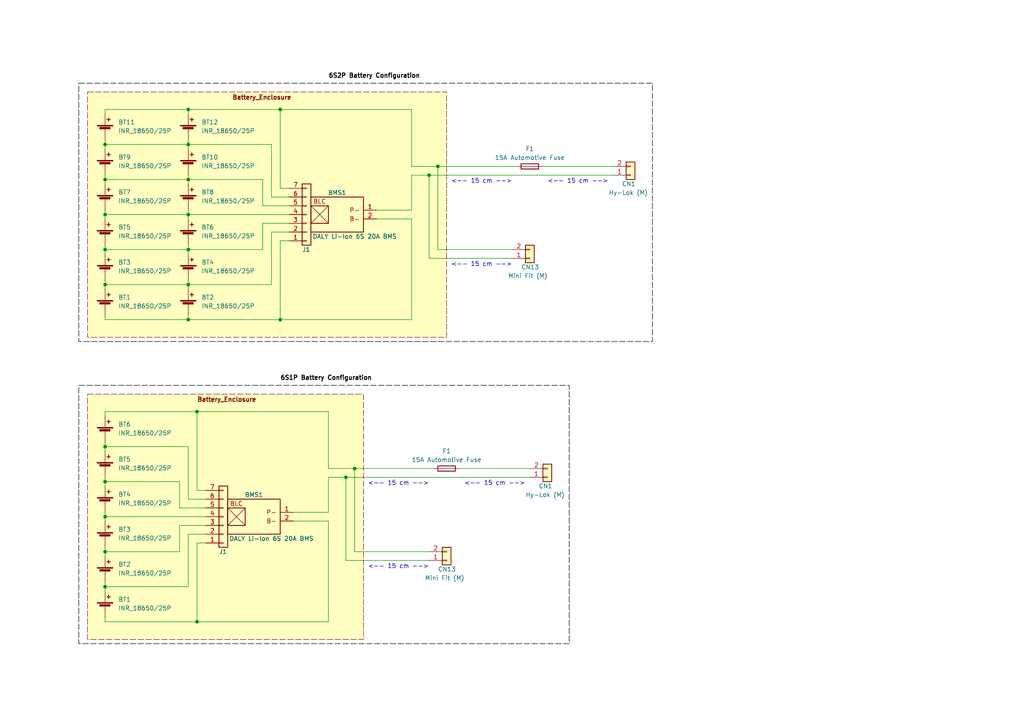
<source format=kicad_sch>
(kicad_sch (version 20231120) (generator "eeschema") (generator_version "8.0")
  (paper "A4")
  (title_block (title "Battery - EcoMaua 2024 - Carbonasso") (date "2024-07-11") (rev "V1.0.0") (company "Instituto Mauá de Tecnologia"))
  (lib_symbols
    (symbol "Connector_Generic:Conn_01x02" (pin_names (offset 1.016) hide)
      (property "Reference" "J" (at 0 2.54 0))
      (property "Value" "Conn_01x02" (at 0 -5.08 0))
      (symbol "Conn_01x02_1_1"
        (rectangle (start -1.27 -2.413) (end 0 -2.667) (stroke (width 0.1524)))
        (rectangle (start -1.27 0.127) (end 0 -0.127) (stroke (width 0.1524)))
        (rectangle (start -1.27 1.27) (end 1.27 -3.81) (stroke (width 0.254)) (fill (type background)))
        (pin passive line (at -5.08 0 0) (length 3.81) (name "Pin_1") (number "1"))
        (pin passive line (at -5.08 -2.54 0) (length 3.81) (name "Pin_2") (number "2"))
      )
    )
    (symbol "Connector_Generic:Conn_01x07" (pin_names (offset 1.016) hide)
      (property "Reference" "J" (at 0 10.16 0))
      (property "Value" "Conn_01x07" (at 0 -10.16 0))
      (symbol "Conn_01x07_1_1"
        (rectangle (start -1.27 -7.493) (end 0 -7.747) (stroke (width 0.1524)))
        (rectangle (start -1.27 -4.953) (end 0 -5.207) (stroke (width 0.1524)))
        (rectangle (start -1.27 -2.413) (end 0 -2.667) (stroke (width 0.1524)))
        (rectangle (start -1.27 0.127) (end 0 -0.127) (stroke (width 0.1524)))
        (rectangle (start -1.27 2.667) (end 0 2.413) (stroke (width 0.1524)))
        (rectangle (start -1.27 5.207) (end 0 4.953) (stroke (width 0.1524)))
        (rectangle (start -1.27 7.747) (end 0 7.493) (stroke (width 0.1524)))
        (rectangle (start -1.27 8.89) (end 1.27 -8.89) (stroke (width 0.254)) (fill (type background)))
        (pin passive line (at -5.08 7.62 0) (length 3.81) (name "Pin_1") (number "1"))
        (pin passive line (at -5.08 5.08 0) (length 3.81) (name "Pin_2") (number "2"))
        (pin passive line (at -5.08 2.54 0) (length 3.81) (name "Pin_3") (number "3"))
        (pin passive line (at -5.08 0 0) (length 3.81) (name "Pin_4") (number "4"))
        (pin passive line (at -5.08 -2.54 0) (length 3.81) (name "Pin_5") (number "5"))
        (pin passive line (at -5.08 -5.08 0) (length 3.81) (name "Pin_6") (number "6"))
        (pin passive line (at -5.08 -7.62 0) (length 3.81) (name "Pin_7") (number "7"))
      )
    )
    (symbol "Device:Battery_Cell" (pin_numbers hide) (pin_names (offset 0) hide)
      (property "Reference" "BT" (at 2.54 2.54 0))
      (property "Value" "Battery_Cell" (at 2.54 0 0))
      (symbol "Battery_Cell_0_1"
        (rectangle (start -2.286 1.778) (end 2.286 1.524) (fill (type outline)))
        (rectangle (start -1.5748 1.1938) (end 1.4732 0.6858) (fill (type outline)))
        (polyline (pts (xy 0 0.762) (xy 0 0)))
        (polyline (pts (xy 0 1.778) (xy 0 2.54)))
        (polyline (pts (xy 0.508 3.429) (xy 1.524 3.429)) (stroke (width 0.254)))
        (polyline (pts (xy 1.016 3.937) (xy 1.016 2.921)) (stroke (width 0.254)))
      )
      (symbol "Battery_Cell_1_1"
        (pin passive line (at 0 5.08 270) (length 2.54) (name "+") (number "1"))
        (pin passive line (at 0 -2.54 90) (length 2.54) (name "-") (number "2"))
      )
    )
    (symbol "Device:Fuse" (pin_numbers hide) (pin_names (offset 0))
      (property "Reference" "F" (at 2.032 0 90))
      (property "Value" "Fuse" (at -1.905 0 90))
      (symbol "Fuse_0_1"
        (rectangle (start -0.762 -2.54) (end 0.762 2.54) (stroke (width 0.254)))
        (polyline (pts (xy 0 2.54) (xy 0 -2.54)))
      )
      (symbol "Fuse_1_1"
        (pin passive line (at 0 3.81 270) (length 1.27) (name "~") (number "1"))
        (pin passive line (at 0 -3.81 90) (length 1.27) (name "~") (number "2"))
      )
    )
    (symbol "EletricalDiagram_Eco2024:Battery_Management_System" (pin_names (offset 1.016) hide)
      (property "Reference" "BMS" (at 0 6.35 0))
      (property "Value" "Battery_Management_System\n" (at 0 -6.35 0))
      (symbol "Battery_Management_System_0_1"
        (polyline (pts (xy -7.62 2.54) (xy -2.54 -2.54)))
        (polyline (pts (xy -2.54 2.54) (xy -7.62 -2.54)))
      )
      (symbol "Battery_Management_System_1_0"
        (text "BLC" (at -5.08 3.81 0) (effects (font (size 1.27 1.27))))
        (text "P-" (at 5.08 1.27 0) (effects (font (size 1.27 1.27))))
      )
      (symbol "Battery_Management_System_1_1"
        (rectangle (start -7.62 2.54) (end -2.54 -2.54) (stroke (width 0.254)) (fill (type background)))
        (rectangle (start -7.62 5.08) (end 7.62 -5.08) (stroke (width 0.254)) (fill (type background)))
        (text "B-" (at 5.08 -1.27 0) (effects (font (size 1.27 1.27))))
        (pin passive line (at 11.43 1.27 180) (length 3.81) (name "Pin_1") (number "1"))
        (pin passive line (at 11.43 -1.27 180) (length 3.81) (name "Pin_2") (number "2"))
      )
    )
  )
  (junction (at 57.15 180.34))
  (junction (at 54.61 62.23))
  (junction (at 54.61 92.71))
  (junction (at 30.48 129.54))
  (junction (at 54.61 72.39))
  (junction (at 124.46 50.8))
  (junction (at 30.48 149.86))
  (junction (at 30.48 41.91))
  (junction (at 127 48.26))
  (junction (at 81.28 31.75))
  (junction (at 81.28 92.71))
  (junction (at 30.48 62.23))
  (junction (at 54.61 52.07))
  (junction (at 30.48 170.18))
  (junction (at 30.48 52.07))
  (junction (at 54.61 41.91))
  (junction (at 30.48 72.39))
  (junction (at 30.48 139.7))
  (junction (at 30.48 82.55))
  (junction (at 30.48 160.02))
  (junction (at 57.15 119.38))
  (junction (at 54.61 31.75))
  (junction (at 54.61 82.55))
  (junction (at 102.87 135.89))
  (junction (at 100.33 138.43))
  (wire (pts (xy 54.61 60.96) (xy 54.61 62.23)))
  (wire (pts (xy 54.61 81.28) (xy 54.61 82.55)))
  (wire (pts (xy 81.28 69.85) (xy 83.82 69.85)))
  (wire (pts (xy 54.61 62.23) (xy 54.61 63.5)))
  (wire (pts (xy 30.48 53.34) (xy 30.48 52.07)))
  (wire (pts (xy 30.48 31.75) (xy 54.61 31.75)))
  (wire (pts (xy 124.46 50.8) (xy 177.8 50.8)))
  (wire (pts (xy 52.07 160.02) (xy 30.48 160.02)))
  (wire (pts (xy 54.61 91.44) (xy 54.61 92.71)))
  (wire (pts (xy 85.09 151.13) (xy 95.25 151.13)))
  (wire (pts (xy 30.48 119.38) (xy 57.15 119.38)))
  (wire (pts (xy 54.61 62.23) (xy 83.82 62.23)))
  (wire (pts (xy 30.48 180.34) (xy 57.15 180.34)))
  (wire (pts (xy 30.48 128.27) (xy 30.48 129.54)))
  (wire (pts (xy 59.69 152.4) (xy 52.07 152.4)))
  (wire (pts (xy 57.15 157.48) (xy 59.69 157.48)))
  (wire (pts (xy 109.22 60.96) (xy 119.38 60.96)))
  (wire (pts (xy 54.61 82.55) (xy 54.61 83.82)))
  (wire (pts (xy 149.86 48.26) (xy 127 48.26)))
  (wire (pts (xy 124.46 160.02) (xy 102.87 160.02)))
  (wire (pts (xy 30.48 62.23) (xy 54.61 62.23)))
  (wire (pts (xy 54.61 33.02) (xy 54.61 31.75)))
  (wire (pts (xy 81.28 31.75) (xy 81.28 54.61)))
  (wire (pts (xy 30.48 149.86) (xy 59.69 149.86)))
  (wire (pts (xy 119.38 63.5) (xy 119.38 92.71)))
  (wire (pts (xy 102.87 135.89) (xy 95.25 135.89)))
  (wire (pts (xy 30.48 83.82) (xy 30.48 82.55)))
  (wire (pts (xy 78.74 41.91) (xy 54.61 41.91)))
  (wire (pts (xy 30.48 139.7) (xy 30.48 140.97)))
  (wire (pts (xy 83.82 67.31) (xy 78.74 67.31)))
  (wire (pts (xy 76.2 64.77) (xy 76.2 72.39)))
  (wire (pts (xy 76.2 52.07) (xy 54.61 52.07)))
  (wire (pts (xy 30.48 148.59) (xy 30.48 149.86)))
  (wire (pts (xy 102.87 160.02) (xy 102.87 135.89)))
  (wire (pts (xy 30.48 63.5) (xy 30.48 62.23)))
  (wire (pts (xy 127 72.39) (xy 127 48.26)))
  (wire (pts (xy 30.48 52.07) (xy 54.61 52.07)))
  (wire (pts (xy 54.61 40.64) (xy 54.61 41.91)))
  (wire (pts (xy 124.46 162.56) (xy 100.33 162.56)))
  (wire (pts (xy 54.61 71.12) (xy 54.61 72.39)))
  (wire (pts (xy 78.74 67.31) (xy 78.74 82.55)))
  (wire (pts (xy 30.48 50.8) (xy 30.48 52.07)))
  (wire (pts (xy 127 48.26) (xy 119.38 48.26)))
  (wire (pts (xy 59.69 147.32) (xy 52.07 147.32)))
  (wire (pts (xy 81.28 92.71) (xy 119.38 92.71)))
  (wire (pts (xy 119.38 50.8) (xy 124.46 50.8)))
  (wire (pts (xy 125.73 135.89) (xy 102.87 135.89)))
  (wire (pts (xy 30.48 73.66) (xy 30.48 72.39)))
  (wire (pts (xy 57.15 119.38) (xy 95.25 119.38)))
  (wire (pts (xy 133.35 135.89) (xy 153.67 135.89)))
  (wire (pts (xy 30.48 72.39) (xy 54.61 72.39)))
  (wire (pts (xy 54.61 170.18) (xy 30.48 170.18)))
  (wire (pts (xy 57.15 180.34) (xy 57.15 157.48)))
  (wire (pts (xy 30.48 170.18) (xy 30.48 171.45)))
  (wire (pts (xy 54.61 52.07) (xy 54.61 53.34)))
  (wire (pts (xy 30.48 43.18) (xy 30.48 41.91)))
  (wire (pts (xy 30.48 81.28) (xy 30.48 82.55)))
  (wire (pts (xy 157.48 48.26) (xy 177.8 48.26)))
  (wire (pts (xy 52.07 139.7) (xy 30.48 139.7)))
  (wire (pts (xy 54.61 92.71) (xy 81.28 92.71)))
  (wire (pts (xy 100.33 162.56) (xy 100.33 138.43)))
  (wire (pts (xy 81.28 54.61) (xy 83.82 54.61)))
  (wire (pts (xy 54.61 144.78) (xy 59.69 144.78)))
  (wire (pts (xy 124.46 74.93) (xy 124.46 50.8)))
  (wire (pts (xy 30.48 82.55) (xy 54.61 82.55)))
  (wire (pts (xy 83.82 64.77) (xy 76.2 64.77)))
  (wire (pts (xy 30.48 160.02) (xy 30.48 161.29)))
  (wire (pts (xy 57.15 142.24) (xy 59.69 142.24)))
  (wire (pts (xy 95.25 148.59) (xy 95.25 138.43)))
  (wire (pts (xy 30.48 71.12) (xy 30.48 72.39)))
  (wire (pts (xy 78.74 41.91) (xy 78.74 57.15)))
  (wire (pts (xy 81.28 31.75) (xy 119.38 31.75)))
  (wire (pts (xy 30.48 168.91) (xy 30.48 170.18)))
  (wire (pts (xy 83.82 59.69) (xy 76.2 59.69)))
  (wire (pts (xy 57.15 180.34) (xy 95.25 180.34)))
  (wire (pts (xy 76.2 72.39) (xy 54.61 72.39)))
  (wire (pts (xy 81.28 92.71) (xy 81.28 69.85)))
  (wire (pts (xy 30.48 158.75) (xy 30.48 160.02)))
  (wire (pts (xy 30.48 41.91) (xy 54.61 41.91)))
  (wire (pts (xy 54.61 50.8) (xy 54.61 52.07)))
  (wire (pts (xy 78.74 57.15) (xy 83.82 57.15)))
  (wire (pts (xy 30.48 179.07) (xy 30.48 180.34)))
  (wire (pts (xy 148.59 74.93) (xy 124.46 74.93)))
  (wire (pts (xy 95.25 151.13) (xy 95.25 180.34)))
  (wire (pts (xy 30.48 149.86) (xy 30.48 151.13)))
  (wire (pts (xy 54.61 72.39) (xy 54.61 73.66)))
  (wire (pts (xy 54.61 31.75) (xy 81.28 31.75)))
  (wire (pts (xy 54.61 154.94) (xy 54.61 170.18)))
  (wire (pts (xy 52.07 152.4) (xy 52.07 160.02)))
  (wire (pts (xy 52.07 147.32) (xy 52.07 139.7)))
  (wire (pts (xy 30.48 91.44) (xy 30.48 92.71)))
  (wire (pts (xy 59.69 154.94) (xy 54.61 154.94)))
  (wire (pts (xy 30.48 129.54) (xy 30.48 130.81)))
  (wire (pts (xy 57.15 119.38) (xy 57.15 142.24)))
  (wire (pts (xy 109.22 63.5) (xy 119.38 63.5)))
  (wire (pts (xy 95.25 138.43) (xy 100.33 138.43)))
  (wire (pts (xy 30.48 40.64) (xy 30.48 41.91)))
  (wire (pts (xy 119.38 48.26) (xy 119.38 31.75)))
  (wire (pts (xy 54.61 41.91) (xy 54.61 43.18)))
  (wire (pts (xy 119.38 60.96) (xy 119.38 50.8)))
  (wire (pts (xy 30.48 92.71) (xy 54.61 92.71)))
  (wire (pts (xy 54.61 129.54) (xy 54.61 144.78)))
  (wire (pts (xy 76.2 59.69) (xy 76.2 52.07)))
  (wire (pts (xy 85.09 148.59) (xy 95.25 148.59)))
  (wire (pts (xy 78.74 82.55) (xy 54.61 82.55)))
  (wire (pts (xy 30.48 33.02) (xy 30.48 31.75)))
  (wire (pts (xy 54.61 129.54) (xy 30.48 129.54)))
  (wire (pts (xy 30.48 138.43) (xy 30.48 139.7)))
  (wire (pts (xy 95.25 135.89) (xy 95.25 119.38)))
  (wire (pts (xy 148.59 72.39) (xy 127 72.39)))
  (wire (pts (xy 30.48 120.65) (xy 30.48 119.38)))
  (wire (pts (xy 100.33 138.43) (xy 153.67 138.43)))
  (wire (pts (xy 30.48 60.96) (xy 30.48 62.23)))
  (rectangle (start 22.86 24.13) (end 189.23 99.06) (stroke (width 0) (type dash) (color 0 0 0 1)))
  (rectangle (start 25.4 114.3) (end 105.41 185.42) (stroke (width 0) (type dash) (color 132 0 0 1)) (fill (type color) (color 255 255 194 1)))
  (rectangle (start 25.4 26.67) (end 129.54 97.79) (stroke (width 0) (type dash) (color 132 0 0 1)) (fill (type color) (color 255 255 194 1)))
  (rectangle (start 22.86 111.76) (end 165.1 186.69) (stroke (width 0) (type dash) (color 0 0 0 1)))
  (text "<-- 15 cm -->" (at 130.81 77.47 0) (effects (font (size 1.27 1.27)) (justify left bottom)))
  (text "Battery_Enclosure" (at 57.15 116.84 0) (effects (font (size 1.27 1.27) (thickness 0.254) (bold yes)) (justify left bottom)))
  (text "<-- 15 cm -->" (at 106.68 165.1 0) (effects (font (size 1.27 1.27)) (justify left bottom)))
  (text "<-- 15 cm -->" (at 134.62 140.97 0) (effects (font (size 1.27 1.27)) (justify left bottom)))
  (text "Battery_Enclosure" (at 67.31 29.21 0) (effects (font (size 1.27 1.27) (thickness 0.254) (bold yes)) (justify left bottom)))
  (text "6S2P Battery Configuration" (at 95.25 22.86 0) (effects (font (size 1.27 1.27) (thickness 0.254) (bold yes)) (justify left bottom)))
  (text "6S1P Battery Configuration" (at 81.28 110.49 0) (effects (font (size 1.27 1.27) (thickness 0.254) (bold yes)) (justify left bottom)))
  (text "<-- 15 cm -->" (at 130.81 53.34 0) (effects (font (size 1.27 1.27)) (justify left bottom)))
  (text "<-- 15 cm -->" (at 106.68 140.97 0) (effects (font (size 1.27 1.27)) (justify left bottom)))
  (text "<-- 15 cm -->" (at 158.75 53.34 0) (effects (font (size 1.27 1.27)) (justify left bottom)))
  (symbol (lib_id "Connector_Generic:Conn_01x02") (at 158.75 138.43 0) (mirror x) (unit 1)
    (property "Reference" "CN1" (at 156.21 140.97 0) (effects (justify left)))
    (property "Value" "Hy-Lok (M)" (at 152.4 143.51 0) (effects (justify left)))
    (property "Pin Count" "2" (effects (hide yes)))
  )
  (symbol (lib_id "Device:Battery_Cell") (at 30.48 48.26 0) (unit 1)
    (property "Reference" "BT9" (at 34.29 45.593 0) (effects (justify left)))
    (property "Value" "INR_18650/25P" (at 34.29 48.133 0) (effects (justify left)))
  )
  (symbol (lib_id "EletricalDiagram_Eco2024:Battery_Management_System") (at 97.79 62.23 0) (unit 1)
    (property "Reference" "BMS1" (at 97.79 55.88 0))
    (property "Value" "DALY Li-Ion 6S 20A BMS" (at 102.87 68.58 0))
  )
  (symbol (lib_id "EletricalDiagram_Eco2024:Battery_Management_System") (at 73.66 149.86 0) (unit 1)
    (property "Reference" "BMS1" (at 73.66 143.51 0))
    (property "Value" "DALY Li-Ion 6S 20A BMS" (at 78.74 156.21 0))
  )
  (symbol (lib_id "Device:Battery_Cell") (at 30.48 146.05 0) (unit 1)
    (property "Reference" "BT4" (at 34.29 143.383 0) (effects (justify left)))
    (property "Value" "INR_18650/25P" (at 34.29 145.923 0) (effects (justify left)))
  )
  (symbol (lib_id "Device:Battery_Cell") (at 54.61 38.1 0) (unit 1)
    (property "Reference" "BT12" (at 58.42 35.433 0) (effects (justify left)))
    (property "Value" "INR_18650/25P" (at 58.42 37.973 0) (effects (justify left)))
  )
  (symbol (lib_id "Connector_Generic:Conn_01x07") (at 88.9 62.23 0) (mirror x) (unit 1)
    (property "Reference" "J1" (at 87.63 72.39 0) (effects (justify left)))
    (property "Value" "Balancing_Cable" (effects (hide yes)))
  )
  (symbol (lib_id "Connector_Generic:Conn_01x02") (at 182.88 50.8 0) (mirror x) (unit 1)
    (property "Reference" "CN1" (at 180.34 53.34 0) (effects (justify left)))
    (property "Value" "Hy-Lok (M)" (at 176.53 55.88 0) (effects (justify left)))
    (property "Pin Count" "2" (effects (hide yes)))
  )
  (symbol (lib_id "Device:Battery_Cell") (at 30.48 176.53 0) (unit 1)
    (property "Reference" "BT1" (at 34.29 173.863 0) (effects (justify left)))
    (property "Value" "INR_18650/25P" (at 34.29 176.403 0) (effects (justify left)))
  )
  (symbol (lib_id "Device:Battery_Cell") (at 30.48 58.42 0) (unit 1)
    (property "Reference" "BT7" (at 34.29 55.753 0) (effects (justify left)))
    (property "Value" "INR_18650/25P" (at 34.29 58.293 0) (effects (justify left)))
  )
  (symbol (lib_id "Device:Fuse") (at 129.54 135.89 90) (unit 1)
    (property "Reference" "F1" (at 129.54 130.81 90))
    (property "Value" "15A Automotive Fuse" (at 129.54 133.35 90))
  )
  (symbol (lib_id "Device:Battery_Cell") (at 54.61 48.26 0) (unit 1)
    (property "Reference" "BT10" (at 58.42 45.593 0) (effects (justify left)))
    (property "Value" "INR_18650/25P" (at 58.42 48.133 0) (effects (justify left)))
  )
  (symbol (lib_id "Device:Battery_Cell") (at 54.61 88.9 0) (unit 1)
    (property "Reference" "BT2" (at 58.42 86.233 0) (effects (justify left)))
    (property "Value" "INR_18650/25P" (at 58.42 88.773 0) (effects (justify left)))
  )
  (symbol (lib_id "Device:Battery_Cell") (at 30.48 68.58 0) (unit 1)
    (property "Reference" "BT5" (at 34.29 65.913 0) (effects (justify left)))
    (property "Value" "INR_18650/25P" (at 34.29 68.453 0) (effects (justify left)))
  )
  (symbol (lib_id "Connector_Generic:Conn_01x02") (at 129.54 162.56 0) (mirror x) (unit 1)
    (property "Reference" "CN13" (at 127 165.1 0) (effects (justify left)))
    (property "Value" "Mini Fit (M)" (at 123.19 167.64 0) (effects (justify left)))
    (property "Pin Count" "2" (effects (hide yes)))
  )
  (symbol (lib_id "Device:Battery_Cell") (at 30.48 125.73 0) (unit 1)
    (property "Reference" "BT6" (at 34.29 123.063 0) (effects (justify left)))
    (property "Value" "INR_18650/25P" (at 34.29 125.603 0) (effects (justify left)))
  )
  (symbol (lib_id "Device:Battery_Cell") (at 30.48 166.37 0) (unit 1)
    (property "Reference" "BT2" (at 34.29 163.703 0) (effects (justify left)))
    (property "Value" "INR_18650/25P" (at 34.29 166.243 0) (effects (justify left)))
  )
  (symbol (lib_id "Device:Battery_Cell") (at 30.48 135.89 0) (unit 1)
    (property "Reference" "BT5" (at 34.29 133.223 0) (effects (justify left)))
    (property "Value" "INR_18650/25P" (at 34.29 135.763 0) (effects (justify left)))
  )
  (symbol (lib_id "Device:Battery_Cell") (at 30.48 38.1 0) (unit 1)
    (property "Reference" "BT11" (at 34.29 35.433 0) (effects (justify left)))
    (property "Value" "INR_18650/25P" (at 34.29 37.973 0) (effects (justify left)))
  )
  (symbol (lib_id "Device:Battery_Cell") (at 54.61 68.58 0) (unit 1)
    (property "Reference" "BT6" (at 58.42 65.913 0) (effects (justify left)))
    (property "Value" "INR_18650/25P" (at 58.42 68.453 0) (effects (justify left)))
  )
  (symbol (lib_id "Connector_Generic:Conn_01x07") (at 64.77 149.86 0) (mirror x) (unit 1)
    (property "Reference" "J1" (at 63.5 160.02 0) (effects (justify left)))
    (property "Value" "Balancing_Cable" (effects (hide yes)))
  )
  (symbol (lib_id "Connector_Generic:Conn_01x02") (at 153.67 74.93 0) (mirror x) (unit 1)
    (property "Reference" "CN13" (at 151.13 77.47 0) (effects (justify left)))
    (property "Value" "Mini Fit (M)" (at 147.32 80.01 0) (effects (justify left)))
    (property "Pin Count" "2" (effects (hide yes)))
  )
  (symbol (lib_id "Device:Battery_Cell") (at 30.48 156.21 0) (unit 1)
    (property "Reference" "BT3" (at 34.29 153.543 0) (effects (justify left)))
    (property "Value" "INR_18650/25P" (at 34.29 156.083 0) (effects (justify left)))
  )
  (symbol (lib_id "Device:Fuse") (at 153.67 48.26 90) (unit 1)
    (property "Reference" "F1" (at 153.67 43.18 90))
    (property "Value" "15A Automotive Fuse" (at 153.67 45.72 90))
  )
  (symbol (lib_id "Device:Battery_Cell") (at 54.61 58.42 0) (unit 1)
    (property "Reference" "BT8" (at 58.42 55.753 0) (effects (justify left)))
    (property "Value" "INR_18650/25P" (at 58.42 58.293 0) (effects (justify left)))
  )
  (symbol (lib_id "Device:Battery_Cell") (at 54.61 78.74 0) (unit 1)
    (property "Reference" "BT4" (at 58.42 76.073 0) (effects (justify left)))
    (property "Value" "INR_18650/25P" (at 58.42 78.613 0) (effects (justify left)))
  )
  (symbol (lib_id "Device:Battery_Cell") (at 30.48 78.74 0) (unit 1)
    (property "Reference" "BT3" (at 34.29 76.073 0) (effects (justify left)))
    (property "Value" "INR_18650/25P" (at 34.29 78.613 0) (effects (justify left)))
  )
  (symbol (lib_id "Device:Battery_Cell") (at 30.48 88.9 0) (unit 1)
    (property "Reference" "BT1" (at 34.29 86.233 0) (effects (justify left)))
    (property "Value" "INR_18650/25P" (at 34.29 88.773 0) (effects (justify left)))
  )
)
</source>
